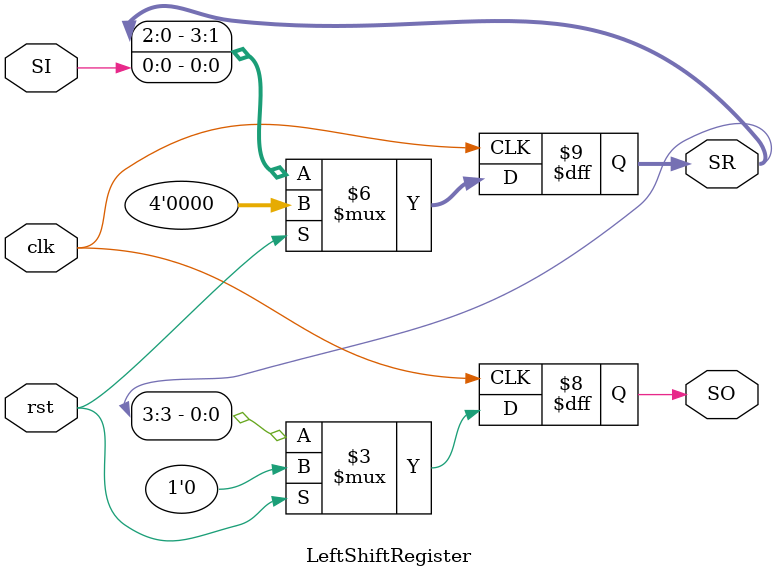
<source format=v>
module LeftShiftRegister(
  
  input clk,
  input rst,
  input SI,
  output reg SO,
  output reg [3:0]SR
  
);
    
  always@(posedge clk)
    
    		begin
              
              if(rst)
                begin
                	SR<=4'b0;
              		SO<=1'b0;
                end
              
              else
                begin
                  	SR<={SR[2:0],SI};
                  	SO<=SR[3];
                end
            end
    
endmodule


</source>
